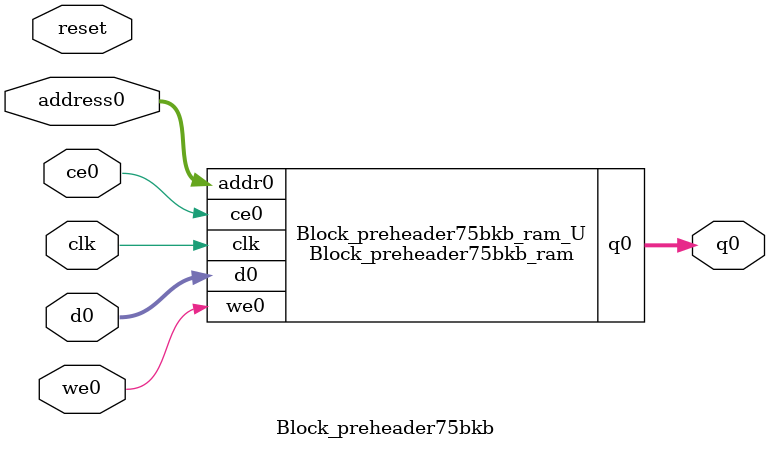
<source format=v>
`timescale 1 ns / 1 ps
module Block_preheader75bkb_ram (addr0, ce0, d0, we0, q0,  clk);

parameter DWIDTH = 8;
parameter AWIDTH = 16;
parameter MEM_SIZE = 52164;

input[AWIDTH-1:0] addr0;
input ce0;
input[DWIDTH-1:0] d0;
input we0;
output reg[DWIDTH-1:0] q0;
input clk;

(* ram_style = "block" *)reg [DWIDTH-1:0] ram[0:MEM_SIZE-1];




always @(posedge clk)  
begin 
    if (ce0) begin
        if (we0) 
            ram[addr0] <= d0; 
        q0 <= ram[addr0];
    end
end


endmodule

`timescale 1 ns / 1 ps
module Block_preheader75bkb(
    reset,
    clk,
    address0,
    ce0,
    we0,
    d0,
    q0);

parameter DataWidth = 32'd8;
parameter AddressRange = 32'd52164;
parameter AddressWidth = 32'd16;
input reset;
input clk;
input[AddressWidth - 1:0] address0;
input ce0;
input we0;
input[DataWidth - 1:0] d0;
output[DataWidth - 1:0] q0;



Block_preheader75bkb_ram Block_preheader75bkb_ram_U(
    .clk( clk ),
    .addr0( address0 ),
    .ce0( ce0 ),
    .we0( we0 ),
    .d0( d0 ),
    .q0( q0 ));

endmodule


</source>
